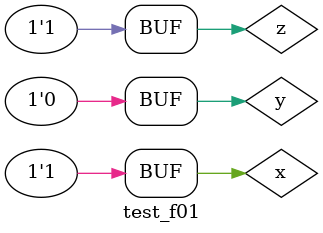
<source format=v>
/*
    -identificação: 

Guia_0601 - 07 / 09 / 2024

Nome: Davi Cândido de Almeida
Matricula: 857859
Código de Pessoa: 1527368

*/

// ----------- Expressão completa-------------- // 
module f01a ( output s, input x, input y, input z );
    // definir dado local

     assign s = ~x&~y&z | x&y&~z | x&y&z ;

endmodule 

// ----------- Expressão simplificada pelo mapa de Veitch-Karnaugh-------------- // 
module sf01a ( output s, input x, input y, input z );
    // definir dado local

  assign s = x&y | ~x&~y&z ;
endmodule 


// ----------- Expressão completa-------------- // 
module f01b ( output s, input x, input y, input z );
    // definir dado local

     assign s = ~x&y&~z | x&y&~z | x&~y&~z ;

endmodule 

// ----------- Expressão simplificada pelo mapa de Veitch-Karnaugh-------------- // 
module sf01b ( output s, input x, input y, input z );
    // definir dado local

  assign s = ~z&(x | y) ;
endmodule 


// ----------- Expressão completa-------------- // 
module f01c ( output s, input x, input y, input z );
    // definir dado local

     assign s = ~x&~y&z | ~x&y&~z | x&y&~z | x&~y&z ;

endmodule 

// ----------- Expressão simplificada pelo mapa de Veitch-Karnaugh-------------- // 
module sf01c ( output s, input x, input y, input z );
    // definir dado local

  assign s = y&~z | ~y&z ;
endmodule 


// ----------- Expressão completa-------------- // 
module f01d ( output s, input x, input y, input z );
    // definir dado local

     assign s = ~x&~y&z | ~x&y&~z | x&~y&~z | x&~y&z ;

endmodule 

// ----------- Expressão simplificada pelo mapa de Veitch-Karnaugh-------------- // 
module sf01d ( output s, input x, input y, input z );
    // definir dado local

  assign s = x&~y | ~x&~y&z | ~x&y&~z ;
endmodule 


// ----------- Expressão completa-------------- // 
module f01e ( output s, input x, input y, input z );
    // definir dado local

     assign s = ~x&~y&~z | ~x&y&z | x&y&~z | x&y&z ;

endmodule 

// ----------- Expressão simplificada pelo mapa de Veitch-Karnaugh-------------- // 
module sf01e ( output s, input x, input y, input z );
    // definir dado local

  assign s = x&y | y&z | ~x&~y&~z ;
endmodule 



module test_f01;
// ------------------------- definir dados
    reg x;
    reg y;
    reg z;

 wire a, b, c, d, e;
 f01a moduloA ( a, x, y, z );
 sf01a moduloSA ( aS, x, y, z );

 f01b moduloB ( b, x, y, z );
 sf01b moduloSB ( bS, x, y, z );

 f01c moduloC ( c, x, y, z );
 sf01c moduloSC ( cS, x, y, z );

 f01d moduloD ( d, x, y, z );
 sf01d moduloSD ( dS, x, y, z );

  f01e moduloE ( e, x, y, z );
 sf01e moduloSE ( eS, x, y, z );
 
// ------------------------- parte principal
 initial
 begin : main
    $display("Guia_0601 - Davi Cândido - 857859");
    $display("Test module");
    $display("   x    y    z    a    Sa   b    Sb   c    Sc   d    Sd   e    Se");
    // projetar testes do modulo
    $monitor("%4b %4b %4b %4b %4b %4b %4b %4b %4b %4b %4b %4b %4b", x, y, z, a, aS, b, bS, c , cS, d, dS, e, eS);
    x = 1'b0; y = 1'b0; z = 1'b0;
    #1 x = 1'b0; y = 1'b0; z = 1'b1;
    #1 x = 1'b0; y = 1'b1; z = 1'b0;
    #1 x = 1'b0; y = 1'b1; z = 1'b1;
    #1 x = 1'b1; y = 1'b1; z = 1'b0;
    #1 x = 1'b1; y = 1'b1; z = 1'b1;
    #1 x = 1'b1; y = 1'b0; z = 1'b0;
    #1 x = 1'b1; y = 1'b0; z = 1'b1;
 end
endmodule

/*
    -Saídas de resultados:
Guia_0601 - Davi Cândido - 857859
Test module
   x    y    z    a    Sa   b    Sb   c    Sc   d    Sd   e    Se
   0    0    0    0    0    0    0    0    0    0    0    1    1
   0    0    1    1    1    0    0    1    1    1    1    0    0
   0    1    0    0    0    1    1    1    1    1    1    0    0
   0    1    1    0    0    0    0    0    0    0    0    1    1
   1    1    0    1    1    1    1    1    1    0    0    1    1
   1    1    1    1    1    0    0    0    0    0    0    1    1
   1    0    0    0    0    1    1    0    0    1    1    0    0
   1    0    1    0    0    0    0    1    1    1    1    0    0
*/

/*
    -Notas:

Para compilar: iverilog -o Guia_0601.vvp Guia_0601.v
Para executar: vvp Guia_0601.vvp
*/


</source>
